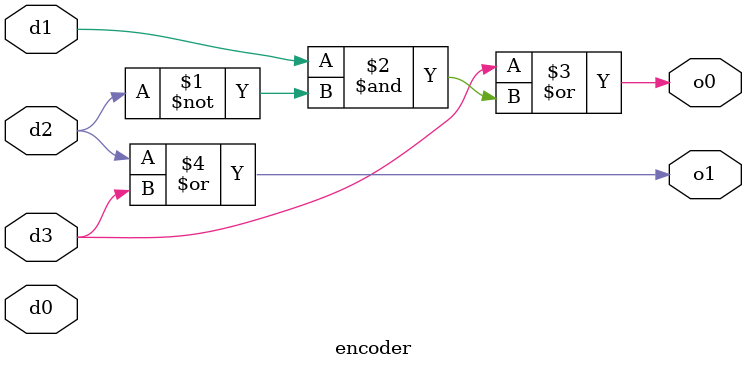
<source format=v>
module encoder (d0,d1,d2,d3, o0,o1);
input d0, d1, d2, d3;
output o0,o1;

assign o0  = d3 | (d1 & ~d2);
assign o1 = d2 | d3;

endmodule
</source>
